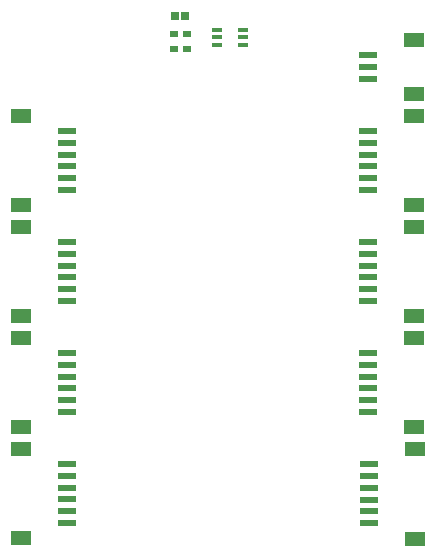
<source format=gtp>
G04*
G04 #@! TF.GenerationSoftware,Altium Limited,Altium Designer,21.8.1 (53)*
G04*
G04 Layer_Color=8421504*
%FSLAX25Y25*%
%MOIN*%
G70*
G04*
G04 #@! TF.SameCoordinates,E365CCBF-B7D7-418C-B8C5-68AE61ABE827*
G04*
G04*
G04 #@! TF.FilePolarity,Positive*
G04*
G01*
G75*
%ADD13R,0.07087X0.04724*%
%ADD14R,0.06102X0.02362*%
%ADD15R,0.03740X0.01772*%
%ADD16R,0.02559X0.02520*%
%ADD17R,0.02756X0.02362*%
D13*
X105000Y266921D02*
D03*
Y237000D02*
D03*
X236000D02*
D03*
Y266921D02*
D03*
X236256Y155866D02*
D03*
Y125945D02*
D03*
X236000Y274000D02*
D03*
Y292110D02*
D03*
X105000Y126000D02*
D03*
Y155921D02*
D03*
X236000Y229921D02*
D03*
Y200000D02*
D03*
X105000D02*
D03*
Y229921D02*
D03*
Y163000D02*
D03*
Y192921D02*
D03*
X236000D02*
D03*
Y163000D02*
D03*
D14*
X120256Y242118D02*
D03*
Y246055D02*
D03*
Y249992D02*
D03*
Y253929D02*
D03*
Y257866D02*
D03*
Y261803D02*
D03*
X220744D02*
D03*
Y257866D02*
D03*
Y253929D02*
D03*
Y249992D02*
D03*
Y246055D02*
D03*
Y242118D02*
D03*
X221000Y131063D02*
D03*
Y135000D02*
D03*
Y138937D02*
D03*
Y142874D02*
D03*
Y146811D02*
D03*
Y150748D02*
D03*
X220740Y279118D02*
D03*
Y283055D02*
D03*
Y286992D02*
D03*
X120256Y150803D02*
D03*
Y146866D02*
D03*
Y142929D02*
D03*
Y138992D02*
D03*
Y135055D02*
D03*
Y131118D02*
D03*
X220744Y205118D02*
D03*
Y209055D02*
D03*
Y212992D02*
D03*
Y216929D02*
D03*
Y220866D02*
D03*
Y224803D02*
D03*
X120256D02*
D03*
Y220866D02*
D03*
Y216929D02*
D03*
Y212992D02*
D03*
Y209055D02*
D03*
Y205118D02*
D03*
Y187803D02*
D03*
Y183866D02*
D03*
Y179929D02*
D03*
Y175992D02*
D03*
Y172055D02*
D03*
Y168118D02*
D03*
X220744D02*
D03*
Y172055D02*
D03*
Y175992D02*
D03*
Y179929D02*
D03*
Y183866D02*
D03*
Y187803D02*
D03*
D15*
X170339Y290441D02*
D03*
Y293000D02*
D03*
Y295559D02*
D03*
X179000D02*
D03*
Y293000D02*
D03*
Y290441D02*
D03*
D16*
X156228Y300000D02*
D03*
X159772D02*
D03*
D17*
X155835Y289000D02*
D03*
X160165D02*
D03*
X155835Y294000D02*
D03*
X160165D02*
D03*
M02*

</source>
